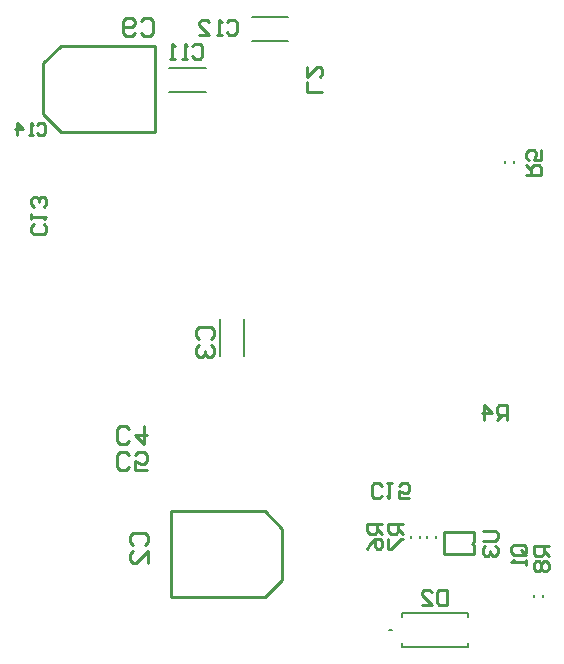
<source format=gbo>
G04*
G04 #@! TF.GenerationSoftware,Altium Limited,Altium Designer,20.1.12 (249)*
G04*
G04 Layer_Color=32896*
%FSLAX25Y25*%
%MOIN*%
G70*
G04*
G04 #@! TF.SameCoordinates,52F10900-DB58-4C41-AEEA-7F3F7A3DCA95*
G04*
G04*
G04 #@! TF.FilePolarity,Positive*
G04*
G01*
G75*
%ADD10C,0.01000*%
%ADD11C,0.00787*%
%ADD12C,0.00500*%
D10*
X293421Y151331D02*
X292929Y150839D01*
X293421Y150347D01*
X187100Y288101D02*
Y316701D01*
X150000Y293901D02*
Y310901D01*
X155800Y288101D02*
X187100D01*
X150000Y293901D02*
X155800Y288101D01*
Y316701D02*
X187100D01*
X150000Y310901D02*
X155800Y316701D01*
X192400Y133000D02*
Y161600D01*
X229500Y138800D02*
Y155800D01*
X192400Y161600D02*
X223700D01*
X229500Y155800D01*
X192400Y133000D02*
X223700D01*
X229500Y138800D01*
X293421Y147277D02*
Y150347D01*
Y151331D02*
Y154777D01*
X283579D02*
X293421D01*
X283579Y147277D02*
Y154777D01*
Y147277D02*
X293421D01*
X296470Y155177D02*
X300635D01*
X301468Y154344D01*
Y152678D01*
X300635Y151845D01*
X296470D01*
X297303Y150179D02*
X296470Y149346D01*
Y147680D01*
X297303Y146846D01*
X298136D01*
X298969Y147680D01*
Y148513D01*
Y147680D01*
X299802Y146846D01*
X300635D01*
X301468Y147680D01*
Y149346D01*
X300635Y150179D01*
X318500Y150000D02*
X313502D01*
Y147501D01*
X314335Y146668D01*
X316001D01*
X316834Y147501D01*
Y150000D01*
Y148334D02*
X318500Y146668D01*
X314335Y145002D02*
X313502Y144169D01*
Y142502D01*
X314335Y141669D01*
X315168D01*
X316001Y142502D01*
X316834Y141669D01*
X317667D01*
X318500Y142502D01*
Y144169D01*
X317667Y145002D01*
X316834D01*
X316001Y144169D01*
X315168Y145002D01*
X314335D01*
X316001Y144169D02*
Y142502D01*
X270000Y157500D02*
X265002D01*
Y155001D01*
X265835Y154168D01*
X267501D01*
X268334Y155001D01*
Y157500D01*
Y155834D02*
X270000Y154168D01*
X265002Y152502D02*
Y149169D01*
X265835D01*
X269167Y152502D01*
X270000D01*
X263000Y157500D02*
X258002D01*
Y155001D01*
X258835Y154168D01*
X260501D01*
X261334Y155001D01*
Y157500D01*
Y155834D02*
X263000Y154168D01*
X258002Y149169D02*
X258835Y150836D01*
X260501Y152502D01*
X262167D01*
X263000Y151669D01*
Y150002D01*
X262167Y149169D01*
X261334D01*
X260501Y150002D01*
Y152502D01*
X311000Y273642D02*
X315998D01*
Y276141D01*
X315165Y276974D01*
X313499D01*
X312666Y276141D01*
Y273642D01*
Y275308D02*
X311000Y276974D01*
X315998Y281972D02*
Y278640D01*
X313499D01*
X314332Y280306D01*
Y281139D01*
X313499Y281972D01*
X311833D01*
X311000Y281139D01*
Y279473D01*
X311833Y278640D01*
X304500Y192000D02*
Y196998D01*
X302001D01*
X301168Y196165D01*
Y194499D01*
X302001Y193666D01*
X304500D01*
X302834D02*
X301168Y192000D01*
X297002D02*
Y196998D01*
X299502Y194499D01*
X296169D01*
X310167Y147168D02*
X306835D01*
X306002Y148001D01*
Y149667D01*
X306835Y150500D01*
X310167D01*
X311000Y149667D01*
Y148001D01*
X309334Y148834D02*
X311000Y147168D01*
Y148001D02*
X310167Y147168D01*
X311000Y145502D02*
Y143835D01*
Y144669D01*
X306002D01*
X306835Y145502D01*
X242998Y301500D02*
X238000D01*
Y304832D01*
Y309831D02*
Y306498D01*
X241332Y309831D01*
X242165D01*
X242998Y308998D01*
Y307331D01*
X242165Y306498D01*
X284500Y135498D02*
Y130500D01*
X282001D01*
X281168Y131333D01*
Y134665D01*
X282001Y135498D01*
X284500D01*
X276169Y130500D02*
X279502D01*
X276169Y133832D01*
Y134665D01*
X277002Y135498D01*
X278669D01*
X279502Y134665D01*
X262832Y166835D02*
X261999Y166002D01*
X260333D01*
X259500Y166835D01*
Y170167D01*
X260333Y171000D01*
X261999D01*
X262832Y170167D01*
X264498Y171000D02*
X266164D01*
X265331D01*
Y166002D01*
X264498Y166835D01*
X271996Y166002D02*
X268664D01*
Y168501D01*
X270330Y167668D01*
X271163D01*
X271996Y168501D01*
Y170167D01*
X271163Y171000D01*
X269497D01*
X268664Y170167D01*
X147834Y290332D02*
X148501Y290999D01*
X149834D01*
X150500Y290332D01*
Y287666D01*
X149834Y287000D01*
X148501D01*
X147834Y287666D01*
X146501Y287000D02*
X145168D01*
X145835D01*
Y290999D01*
X146501Y290332D01*
X141170Y287000D02*
Y290999D01*
X143169Y288999D01*
X140503D01*
X150165Y257332D02*
X150998Y256499D01*
Y254833D01*
X150165Y254000D01*
X146833D01*
X146000Y254833D01*
Y256499D01*
X146833Y257332D01*
X146000Y258998D02*
Y260665D01*
Y259831D01*
X150998D01*
X150165Y258998D01*
Y263164D02*
X150998Y263997D01*
Y265663D01*
X150165Y266496D01*
X149332D01*
X148499Y265663D01*
Y264830D01*
Y265663D01*
X147666Y266496D01*
X146833D01*
X146000Y265663D01*
Y263997D01*
X146833Y263164D01*
X211168Y324665D02*
X212001Y325498D01*
X213667D01*
X214500Y324665D01*
Y321333D01*
X213667Y320500D01*
X212001D01*
X211168Y321333D01*
X209502Y320500D02*
X207836D01*
X208669D01*
Y325498D01*
X209502Y324665D01*
X202004Y320500D02*
X205336D01*
X202004Y323832D01*
Y324665D01*
X202837Y325498D01*
X204503D01*
X205336Y324665D01*
X199668Y316665D02*
X200501Y317498D01*
X202167D01*
X203000Y316665D01*
Y313333D01*
X202167Y312500D01*
X200501D01*
X199668Y313333D01*
X198002Y312500D02*
X196335D01*
X197169D01*
Y317498D01*
X198002Y316665D01*
X193836Y312500D02*
X192170D01*
X193003D01*
Y317498D01*
X193836Y316665D01*
X182501Y324998D02*
X183501Y325998D01*
X185500D01*
X186500Y324998D01*
Y321000D01*
X185500Y320000D01*
X183501D01*
X182501Y321000D01*
X180502D02*
X179502Y320000D01*
X177503D01*
X176503Y321000D01*
Y324998D01*
X177503Y325998D01*
X179502D01*
X180502Y324998D01*
Y323999D01*
X179502Y322999D01*
X176503D01*
X178499Y176502D02*
X177499Y175502D01*
X175500D01*
X174500Y176502D01*
Y180500D01*
X175500Y181500D01*
X177499D01*
X178499Y180500D01*
X184497Y175502D02*
X180498D01*
Y178501D01*
X182497Y177501D01*
X183497D01*
X184497Y178501D01*
Y180500D01*
X183497Y181500D01*
X181498D01*
X180498Y180500D01*
X178499Y185002D02*
X177499Y184002D01*
X175500D01*
X174500Y185002D01*
Y189000D01*
X175500Y190000D01*
X177499D01*
X178499Y189000D01*
X183497Y190000D02*
Y184002D01*
X180498Y187001D01*
X184497D01*
X202002Y219001D02*
X201002Y220001D01*
Y222000D01*
X202002Y223000D01*
X206000D01*
X207000Y222000D01*
Y220001D01*
X206000Y219001D01*
X202002Y217002D02*
X201002Y216002D01*
Y214003D01*
X202002Y213003D01*
X203001D01*
X204001Y214003D01*
Y215003D01*
Y214003D01*
X205001Y213003D01*
X206000D01*
X207000Y214003D01*
Y216002D01*
X206000Y217002D01*
X179978Y150501D02*
X178978Y151501D01*
Y153500D01*
X179978Y154500D01*
X183977D01*
X184976Y153500D01*
Y151501D01*
X183977Y150501D01*
X184976Y144503D02*
Y148502D01*
X180978Y144503D01*
X179978D01*
X178978Y145503D01*
Y147502D01*
X179978Y148502D01*
D11*
X266130Y122000D02*
X265342D01*
X266130D01*
X304024Y277748D02*
Y278535D01*
X306976Y277748D02*
Y278535D01*
X272524Y152606D02*
Y153394D01*
X275476Y152606D02*
Y153394D01*
X280976Y152606D02*
Y153394D01*
X278024Y152606D02*
Y153394D01*
X316476Y133106D02*
Y133894D01*
X313524Y133106D02*
Y133894D01*
D12*
X269496Y116252D02*
Y117689D01*
Y116252D02*
X291504D01*
Y117689D01*
Y126311D02*
Y127748D01*
X269496D02*
X291504D01*
X269496Y126311D02*
Y127748D01*
X209000Y213395D02*
Y225600D01*
X217000Y213395D02*
Y225600D01*
X191895Y309500D02*
X204100D01*
X191895Y301500D02*
X204100D01*
X219388Y318500D02*
X231593D01*
X219388Y326500D02*
X231593D01*
M02*

</source>
